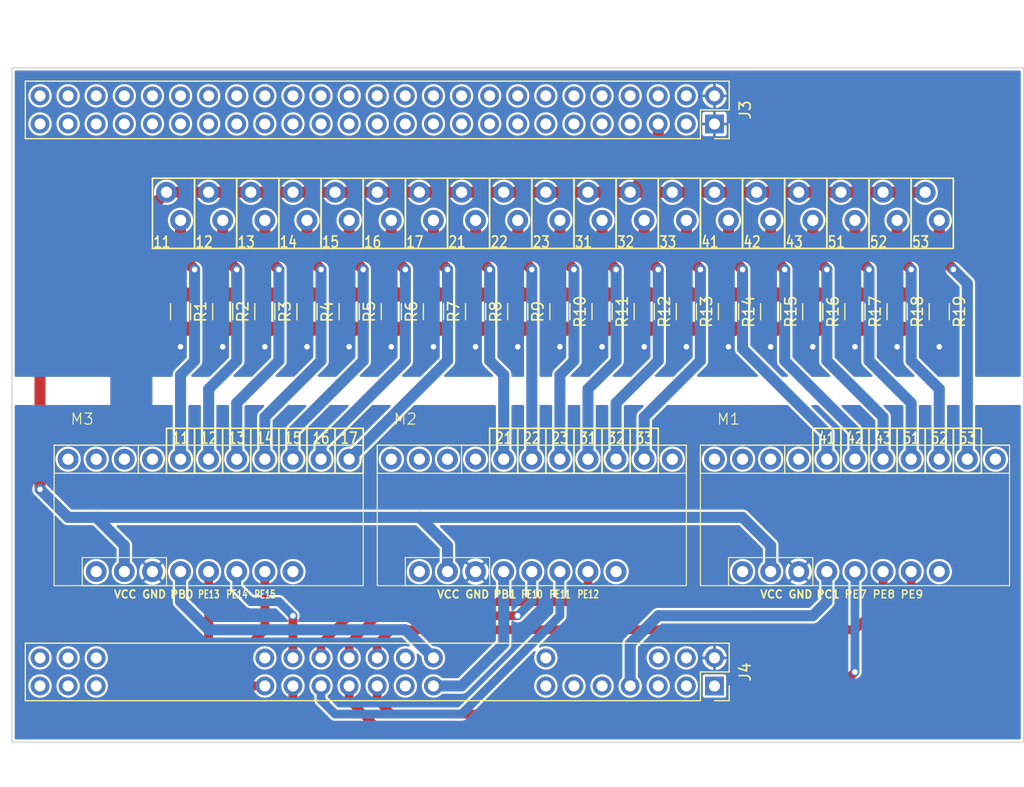
<source format=kicad_pcb>
(kicad_pcb (version 20221018) (generator pcbnew)
  (layers (0 "F.Cu" signal) (31 "B.Cu" signal) (34 "B.Paste" user) (35 "F.Paste" user) (36 "B.SilkS" user "B.Silkscreen") (37 "F.SilkS" user "F.Silkscreen") (38 "B.Mask" user) (39 "F.Mask" user) (44 "Edge.Cuts" user))
  (net 0 "")
  (net 1 "VCC")
  (net 2 "GND")
  (net 5 "11")
  (net 6 "12")
  (net 7 "13")
  (net 8 "14")
  (net 9 "15")
  (net 10 "16")
  (net 11 "17")
  (net 12 "21")
  (net 13 "22")
  (net 14 "23")
  (net 15 "31")
  (net 16 "32")
  (net 17 "33")
  (net 18 "41")
  (net 19 "42")
  (net 20 "43")
  (net 21 "51")
  (net 22 "52")
  (net 23 "53")
  (net 73 "PC1")
  (net 78 "PB1")
  (net 79 "PB0")
  (net 82 "PE7")
  (net 83 "PE8")
  (net 84 "PE9")
  (net 85 "PE10")
  (net 86 "PE11")
  (net 87 "PE12")
  (net 88 "PE13")
  (net 89 "PE14")
  (net 90 "PE15")
  (footprint "Resistor_SMD:R_1206_3216Metric_Pad1.30x1.75mm_HandSolder" (layer "F.Cu") (at 106.68 85.54625 -90)
    (fp_text reference "R1")
    (fp_text value "2,2k")
  )
  (footprint "inz:pod_multi_11" (layer "F.Cu") (at 125.73 98.88125)
    (fp_text reference "M2")
    (fp_text value "Multiplekser")
  )
  (footprint "Resistor_SMD:R_1206_3216Metric_Pad1.30x1.75mm_HandSolder" (layer "F.Cu") (at 163.83 85.54625 -90)
    (fp_text reference "R16")
    (fp_text value "4,7k")
  )
  (footprint "Resistor_SMD:R_1206_3216Metric_Pad1.30x1.75mm_HandSolder" (layer "F.Cu") (at 160.02 85.54625 -90)
    (fp_text reference "R15")
    (fp_text value "4,7k")
  )
  (footprint "Resistor_SMD:R_1206_3216Metric_Pad1.30x1.75mm_HandSolder" (layer "F.Cu") (at 152.4 85.54625 -90)
    (fp_text reference "R13")
    (fp_text value "4,7k")
  )
  (footprint "Resistor_SMD:R_1206_3216Metric_Pad1.30x1.75mm_HandSolder" (layer "F.Cu") (at 171.45 85.54625 -90)
    (fp_text reference "R18")
    (fp_text value "4,7k")
  )
  (footprint "inz:pod_multi_11" (layer "F.Cu") (at 154.94 98.88125)
    (fp_text reference "M1")
    (fp_text value "Multiplekser")
  )
  (footprint "Resistor_SMD:R_1206_3216Metric_Pad1.30x1.75mm_HandSolder" (layer "F.Cu") (at 121.92 85.54625 -90)
    (fp_text reference "R5")
    (fp_text value "2,2k")
  )
  (footprint "Resistor_SMD:R_1206_3216Metric_Pad1.30x1.75mm_HandSolder" (layer "F.Cu") (at 140.97 85.54625 -90)
    (fp_text reference "R10")
    (fp_text value "4,7k")
  )
  (footprint "Resistor_SMD:R_1206_3216Metric_Pad1.30x1.75mm_HandSolder" (layer "F.Cu") (at 118.11 85.54625 -90)
    (fp_text reference "R4")
    (fp_text value "2,2k")
  )
  (footprint "Resistor_SMD:R_1206_3216Metric_Pad1.30x1.75mm_HandSolder" (layer "F.Cu") (at 125.73 85.54625 -90)
    (fp_text reference "R6")
    (fp_text value "2,2k")
  )
  (footprint "Resistor_SMD:R_1206_3216Metric_Pad1.30x1.75mm_HandSolder" (layer "F.Cu") (at 167.64 85.54625 -90)
    (fp_text reference "R17")
    (fp_text value "4,7k")
  )
  (footprint "Resistor_SMD:R_1206_3216Metric_Pad1.30x1.75mm_HandSolder" (layer "F.Cu") (at 129.54 85.54625 -90)
    (fp_text reference "R7")
    (fp_text value "2,2k")
  )
  (footprint "Resistor_SMD:R_1206_3216Metric_Pad1.30x1.75mm_HandSolder" (layer "F.Cu") (at 175.26 85.54625 -90)
    (fp_text reference "R19")
    (fp_text value "4,7k")
  )
  (footprint "Resistor_SMD:R_1206_3216Metric_Pad1.30x1.75mm_HandSolder" (layer "F.Cu") (at 144.78 85.54625 -90)
    (fp_text reference "R11")
    (fp_text value "4,7k")
  )
  (footprint "inz:czujniki" (layer "F.Cu") (at 105.41 74.75125)
    (fp_text reference "J1" hide)
    (fp_text value "Pin_Connector_01x19")
  )
  (footprint "inz:lewastrona" (layer "F.Cu") (at 154.94 119.38 -90)
    (fp_text reference "J4")
    (fp_text value "Conn_2Rows-51Pins_RIGHT")
  )
  (footprint "Resistor_SMD:R_1206_3216Metric_Pad1.30x1.75mm_HandSolder" (layer "F.Cu") (at 110.49 85.54625 -90)
    (fp_text reference "R2")
    (fp_text value "2,2k")
  )
  (footprint "Resistor_SMD:R_1206_3216Metric_Pad1.30x1.75mm_HandSolder" (layer "F.Cu") (at 133.35 85.54625 -90)
    (fp_text reference "R8")
    (fp_text value "4,7k")
  )
  (footprint "Resistor_SMD:R_1206_3216Metric_Pad1.30x1.75mm_HandSolder" (layer "F.Cu") (at 156.21 85.54625 -90)
    (fp_text reference "R14")
    (fp_text value "4,7k")
  )
  (footprint "inz:czujniki" (layer "F.Cu") (at 106.68 77.29125)
    (fp_text reference "J2" hide)
    (fp_text value "Pin_Connector_01x19")
  )
  (footprint "Resistor_SMD:R_1206_3216Metric_Pad1.30x1.75mm_HandSolder" (layer "F.Cu") (at 148.59 85.54625 -90)
    (fp_text reference "R12")
    (fp_text value "4,7k")
  )
  (footprint "Connector_PinSocket_2.54mm:PinSocket_2x25_P2.54mm_Vertical" (layer "F.Cu") (at 154.94 68.58 -90)
    (fp_text reference "J3")
    (fp_text value "Conn_2Rows-51Pins_LEFT")
  )
  (footprint "inz:pod_multi_11" (layer "F.Cu") (at 96.52 98.88125)
    (fp_text reference "M3")
    (fp_text value "Multiplekser")
  )
  (footprint "Resistor_SMD:R_1206_3216Metric_Pad1.30x1.75mm_HandSolder" (layer "F.Cu") (at 137.16 85.54625 -90)
    (fp_text reference "R9")
    (fp_text value "4,7k")
  )
  (footprint "Resistor_SMD:R_1206_3216Metric_Pad1.30x1.75mm_HandSolder" (layer "F.Cu") (at 114.3 85.54625 -90)
    (fp_text reference "R3")
    (fp_text value "2,2k")
  )
  (gr_rect (start 171.45 96.08725) (end 173.99 100.15125) (stroke (width 0.15)) (fill none) (layer "F.SilkS"))
  (gr_rect (start 153.67 73.48125) (end 157.48 79.83125) (stroke (width 0.15)) (fill none) (layer "F.SilkS"))
  (gr_rect (start 120.65 96.08725) (end 123.19 100.15125) (stroke (width 0.15)) (fill none) (layer "F.SilkS"))
  (gr_rect (start 127 73.48125) (end 130.81 79.83125) (stroke (width 0.15)) (fill none) (layer "F.SilkS"))
  (gr_rect (start 173.99 96.08725) (end 176.53 100.15125) (stroke (width 0.15)) (fill none) (layer "F.SilkS"))
  (gr_rect (start 157.48 73.48125) (end 161.29 79.83125) (stroke (width 0.15)) (fill none) (layer "F.SilkS"))
  (gr_rect (start 115.57 96.08725) (end 118.11 100.15125) (stroke (width 0.15)) (fill none) (layer "F.SilkS"))
  (gr_rect (start 168.91 73.48125) (end 172.72 79.83125) (stroke (width 0.15)) (fill none) (layer "F.SilkS"))
  (gr_rect (start 118.11 96.08725) (end 120.65 100.15125) (stroke (width 0.15)) (fill none) (layer "F.SilkS"))
  (gr_rect (start 138.43 73.48125) (end 142.24 79.83125) (stroke (width 0.15)) (fill none) (layer "F.SilkS"))
  (gr_rect (start 142.24 96.08725) (end 144.78 100.15125) (stroke (width 0.15)) (fill none) (layer "F.SilkS"))
  (gr_rect (start 146.05 73.48125) (end 149.86 79.83125) (stroke (width 0.15)) (fill none) (layer "F.SilkS"))
  (gr_rect (start 113.03 96.08725) (end 115.57 100.15125) (stroke (width 0.15)) (fill none) (layer "F.SilkS"))
  (gr_rect (start 176.53 96.08725) (end 179.07 100.15125) (stroke (width 0.15)) (fill none) (layer "F.SilkS"))
  (gr_rect (start 165.1 73.48125) (end 168.91 79.83125) (stroke (width 0.15)) (fill none) (layer "F.SilkS"))
  (gr_rect (start 142.24 73.48125) (end 146.05 79.83125) (stroke (width 0.15)) (fill none) (layer "F.SilkS"))
  (gr_rect (start 149.86 73.48125) (end 153.67 79.83125) (stroke (width 0.15)) (fill none) (layer "F.SilkS"))
  (gr_rect (start 137.16 96.08725) (end 139.7 100.15125) (stroke (width 0.15)) (fill none) (layer "F.SilkS"))
  (gr_rect (start 161.29 73.48125) (end 165.1 79.83125) (stroke (width 0.15)) (fill none) (layer "F.SilkS"))
  (gr_rect (start 166.37 96.08725) (end 168.91 100.15125) (stroke (width 0.15)) (fill none) (layer "F.SilkS"))
  (gr_rect (start 147.32 96.08725) (end 149.86 100.15125) (stroke (width 0.15)) (fill none) (layer "F.SilkS"))
  (gr_rect (start 115.57 73.48125) (end 119.38 79.83125) (stroke (width 0.15)) (fill none) (layer "F.SilkS"))
  (gr_rect (start 105.41 96.08725) (end 107.95 100.15125) (stroke (width 0.15)) (fill none) (layer "F.SilkS"))
  (gr_rect (start 134.62 73.48125) (end 138.43 79.83125) (stroke (width 0.15)) (fill none) (layer "F.SilkS"))
  (gr_rect (start 130.81 73.48125) (end 134.62 79.83125) (stroke (width 0.15)) (fill none) (layer "F.SilkS"))
  (gr_rect (start 111.76 73.48125) (end 115.57 79.83125) (stroke (width 0.15)) (fill none) (layer "F.SilkS"))
  (gr_rect (start 134.62 96.08725) (end 137.16 100.15125) (stroke (width 0.15)) (fill none) (layer "F.SilkS"))
  (gr_rect (start 107.95 96.08725) (end 110.49 100.15125) (stroke (width 0.15)) (fill none) (layer "F.SilkS"))
  (gr_rect (start 168.91 96.08725) (end 171.45 100.15125) (stroke (width 0.15)) (fill none) (layer "F.SilkS"))
  (gr_rect (start 104.14 73.48125) (end 107.95 79.83125) (stroke (width 0.15)) (fill none) (layer "F.SilkS"))
  (gr_rect (start 139.7 96.08725) (end 142.24 100.15125) (stroke (width 0.15)) (fill none) (layer "F.SilkS"))
  (gr_rect (start 107.95 73.48125) (end 111.76 79.83125) (stroke (width 0.15)) (fill none) (layer "F.SilkS"))
  (gr_rect (start 172.72 73.48125) (end 176.53 79.83125) (stroke (width 0.15)) (fill none) (layer "F.SilkS"))
  (gr_rect (start 163.83 96.08725) (end 166.37 100.15125) (stroke (width 0.15)) (fill none) (layer "F.SilkS"))
  (gr_rect (start 123.19 73.48125) (end 127 79.83125) (stroke (width 0.15)) (fill none) (layer "F.SilkS"))
  (gr_rect (start 144.78 96.08725) (end 147.32 100.15125) (stroke (width 0.15)) (fill none) (layer "F.SilkS"))
  (gr_rect (start 110.49 96.08725) (end 113.03 100.15125) (stroke (width 0.15)) (fill none) (layer "F.SilkS"))
  (gr_rect (start 119.38 73.48125) (end 123.19 79.83125) (stroke (width 0.15)) (fill none) (layer "F.SilkS"))
  (gr_rect (start 91.44 63.5) (end 182.88 124.46) (stroke (width 0.1)) (fill none) (layer "Edge.Cuts"))
  (gr_text "31" (at 143.51 96.97625) (layer "F.SilkS") (effects (font (size 1 0.8) (thickness 0.15) bold)))
  (gr_text "PE14" (at 110.744 111.506) (layer "F.SilkS") (effects (font (size 0.7 0.5) (thickness 0.125)) (justify left bottom)))
  (gr_text "53" (at 172.72 79.83125) (layer "F.SilkS") (effects (font (size 1 0.8)) (justify left bottom)))
  (gr_text "VCC" (at 129.794 111.506) (layer "F.SilkS") (effects (font (size 0.7 0.7)) (justify left bottom)))
  (gr_text "PB0" (at 105.664 111.506) (layer "F.SilkS") (effects (font (size 0.7 0.7)) (justify left bottom)))
  (gr_text "21" (at 130.81 79.83125) (layer "F.SilkS") (effects (font (size 1 0.8)) (justify left bottom)))
  (gr_text "13" (at 111.76 96.97625) (layer "F.SilkS") (effects (font (size 1 0.8) (thickness 0.15) bold)))
  (gr_text "VCC" (at 100.584 111.506) (layer "F.SilkS") (effects (font (size 0.7 0.7)) (justify left bottom)))
  (gr_text "PE15" (at 113.284 111.506) (layer "F.SilkS") (effects (font (size 0.7 0.5) (thickness 0.125)) (justify left bottom)))
  (gr_text "PC1" (at 164.084 111.506) (layer "F.SilkS") (effects (font (size 0.7 0.7)) (justify left bottom)))
  (gr_text "PE8" (at 169.164 111.506) (layer "F.SilkS") (effects (font (size 0.7 0.7) (thickness 0.125)) (justify left bottom)))
  (gr_text "PE9" (at 171.704 111.506) (layer "F.SilkS") (effects (font (size 0.7 0.7) (thickness 0.125)) (justify left bottom)))
  (gr_text "42" (at 157.48 79.83125) (layer "F.SilkS") (effects (font (size 1 0.8)) (justify left bottom)))
  (gr_text "52" (at 168.91 79.83125) (layer "F.SilkS") (effects (font (size 1 0.8)) (justify left bottom)))
  (gr_text "VCC" (at 159.004 111.506) (layer "F.SilkS") (effects (font (size 0.7 0.7)) (justify left bottom)))
  (gr_text "12" (at 107.95 79.83125) (layer "F.SilkS") (effects (font (size 1 0.8)) (justify left bottom)))
  (gr_text "32" (at 146.05 79.83125) (layer "F.SilkS") (effects (font (size 1 0.8)) (justify left bottom)))
  (gr_text "32" (at 146.05 96.97625) (layer "F.SilkS") (effects (font (size 1 0.8) (thickness 0.15) bold)))
  (gr_text "52" (at 175.26 96.97625) (layer "F.SilkS") (effects (font (size 1 0.8) (thickness 0.15) bold)))
  (gr_text "17" (at 121.92 96.97625) (layer "F.SilkS") (effects (font (size 1 0.8) (thickness 0.15) bold)))
  (gr_text "16" (at 123.19 79.83125) (layer "F.SilkS") (effects (font (size 1 0.8)) (justify left bottom)))
  (gr_text "53" (at 177.8 96.97625) (layer "F.SilkS") (effects (font (size 1 0.8) (thickness 0.15) bold)))
  (gr_text "51" (at 172.72 96.97625) (layer "F.SilkS") (effects (font (size 1 0.8) (thickness 0.15) bold)))
  (gr_text "PB1" (at 134.874 111.506) (layer "F.SilkS") (effects (font (size 0.7 0.7)) (justify left bottom)))
  (gr_text "31" (at 142.24 79.83125) (layer "F.SilkS") (effects (font (size 1 0.8)) (justify left bottom)))
  (gr_text "13" (at 111.76 79.83125) (layer "F.SilkS") (effects (font (size 1 0.8)) (justify left bottom)))
  (gr_text "GND" (at 161.544 111.506) (layer "F.SilkS") (effects (font (size 0.7 0.7)) (justify left bottom)))
  (gr_text "21" (at 135.89 96.97625) (layer "F.SilkS") (effects (font (size 1 0.8) (thickness 0.15) bold)))
  (gr_text "17" (at 127 79.83125) (layer "F.SilkS") (effects (font (size 1 0.8)) (justify left bottom)))
  (gr_text "41" (at 153.67 79.83125) (layer "F.SilkS") (effects (font (size 1 0.8)) (justify left bottom)))
  (gr_text "PE10" (at 137.414 111.506) (layer "F.SilkS") (effects (font (size 0.7 0.5) (thickness 0.125)) (justify left bottom)))
  (gr_text "11" (at 104.14 79.83125) (layer "F.SilkS") (effects (font (size 1 0.8)) (justify left bottom)))
  (gr_text "PE11" (at 139.954 111.506) (layer "F.SilkS") (effects (font (size 0.7 0.5) (thickness 0.125)) (justify left bottom)))
  (gr_text "33" (at 149.86 79.83125) (layer "F.SilkS") (effects (font (size 1 0.8)) (justify left bottom)))
  (gr_text "22" (at 134.62 79.83125) (layer "F.SilkS") (effects (font (size 1 0.8)) (justify left bottom)))
  (gr_text "PE7" (at 166.624 111.506) (layer "F.SilkS") (effects (font (size 0.7 0.7) (thickness 0.125)) (justify left bottom)))
  (gr_text "11" (at 106.68 96.97625) (layer "F.SilkS") (effects (font (size 1 0.8) (thickness 0.15) bold)))
  (gr_text "42" (at 167.64 96.97625) (layer "F.SilkS") (effects (font (size 1 0.8) (thickness 0.15) bold)))
  (gr_text "15" (at 116.84 96.97625) (layer "F.SilkS") (effects (font (size 1 0.8) (thickness 0.15) bold)))
  (gr_text "14" (at 115.57 79.83125) (layer "F.SilkS") (effects (font (size 1 0.8)) (justify left bottom)))
  (gr_text "43" (at 170.18 96.97625) (layer "F.SilkS") (effects (font (size 1 0.8) (thickness 0.15) bold)))
  (gr_text "43" (at 161.29 79.83125) (layer "F.SilkS") (effects (font (size 1 0.8)) (justify left bottom)))
  (gr_text "33" (at 148.59 96.97625) (layer "F.SilkS") (effects (font (size 1 0.8) (thickness 0.15) bold)))
  (gr_text "16" (at 119.38 96.97625) (layer "F.SilkS") (effects (font (size 1 0.8) (thickness 0.15) bold)))
  (gr_text "12" (at 109.22 96.97625) (layer "F.SilkS") (effects (font (size 1 0.8) (thickness 0.15) bold)))
  (gr_text "23" (at 138.43 79.83125) (layer "F.SilkS") (effects (font (size 1 0.8)) (justify left bottom)))
  (gr_text "GND" (at 103.124 111.506) (layer "F.SilkS") (effects (font (size 0.7 0.7)) (justify left bottom)))
  (gr_text "23" (at 140.97 96.97625) (layer "F.SilkS") (effects (font (size 1 0.8) (thickness 0.15) bold)))
  (gr_text "PE13" (at 108.204 111.506) (layer "F.SilkS") (effects (font (size 0.7 0.5) (thickness 0.125)) (justify left bottom)))
  (gr_text "51" (at 165.1 79.83125) (layer "F.SilkS") (effects (font (size 1 0.8)) (justify left bottom)))
  (gr_text "PE12" (at 142.494 111.506) (layer "F.SilkS") (effects (font (size 0.7 0.5) (thickness 0.125)) (justify left bottom)))
  (gr_text "15" (at 119.38 79.83125) (layer "F.SilkS") (effects (font (size 1 0.8)) (justify left bottom)))
  (gr_text "14" (at 114.3 96.97625) (layer "F.SilkS") (effects (font (size 1 0.8) (thickness 0.15) bold)))
  (gr_text "GND" (at 132.334 111.506) (layer "F.SilkS") (effects (font (size 0.7 0.7)) (justify left bottom)))
  (gr_text "41" (at 165.1 96.97625) (layer "F.SilkS") (effects (font (size 1 0.8) (thickness 0.15) bold)))
  (gr_text "22" (at 138.43 96.97625) (layer "F.SilkS") (effects (font (size 1 0.8) (thickness 0.15) bold)))
  (segment (start 151.13 74.75125) (end 173.99 74.75125) (width 1) (layer "F.Cu") (net 1))
  (segment (start 149.86 68.58) (end 149.86 72.21125) (width 1) (layer "F.Cu") (net 1))
  (segment (start 105.41 74.75125) (end 93.98 86.18125) (width 1) (layer "F.Cu") (net 1))
  (segment (start 93.98 101.6) (end 93.98 86.18125) (width 1) (layer "F.Cu") (net 1))
  (segment (start 149.86 72.21125) (end 147.32 74.75125) (width 1) (layer "F.Cu") (net 1))
  (segment (start 151.13 74.75125) (end 105.41 74.75125) (width 1) (layer "F.Cu") (net 1))
  (via (at 93.98 101.6) (size 0.75) (drill 0.5) (layers "F.Cu" "B.Cu") (net 1))
  (segment (start 100.33 105.41) (end 101.6 106.68) (width 1) (layer "B.Cu") (net 1))
  (segment (start 160.02 106.68) (end 160.02 109.04125) (width 1) (layer "B.Cu") (net 1))
  (segment (start 93.98 101.6) (end 96.52 104.14) (width 1) (layer "B.Cu") (net 1))
  (segment (start 99.06 104.14) (end 100.33 105.41) (width 1) (layer "B.Cu") (net 1))
  (segment (start 101.6 106.68) (end 101.6 109.04125) (width 1) (layer "B.Cu") (net 1))
  (segment (start 157.48 104.14) (end 160.02 106.68) (width 1) (layer "B.Cu") (net 1))
  (segment (start 128.27 104.14) (end 157.48 104.14) (width 1) (layer "B.Cu") (net 1))
  (segment (start 128.27 104.14) (end 99.06 104.14) (width 1) (layer "B.Cu") (net 1))
  (segment (start 128.27 104.14) (end 130.81 106.68) (width 1) (layer "B.Cu") (net 1))
  (segment (start 96.52 104.14) (end 99.06 104.14) (width 1) (layer "B.Cu") (net 1))
  (segment (start 130.81 106.68) (end 130.81 109.04125) (width 1) (layer "B.Cu") (net 1))
  (segment (start 163.83 88.72125) (end 163.83 87.09625) (width 1) (layer "F.Cu") (net 2))
  (segment (start 133.35 88.72125) (end 133.35 87.09625) (width 1) (layer "F.Cu") (net 2))
  (segment (start 137.16 88.72125) (end 137.16 87.09625) (width 1) (layer "F.Cu") (net 2))
  (segment (start 167.64 88.72125) (end 167.64 87.09625) (width 1) (layer "F.Cu") (net 2))
  (segment (start 148.59 88.72125) (end 148.59 87.09625) (width 1) (layer "F.Cu") (net 2))
  (segment (start 125.73 88.72125) (end 125.73 87.09625) (width 1) (layer "F.Cu") (net 2))
  (segment (start 152.4 88.72125) (end 152.4 87.09625) (width 1) (layer "F.Cu") (net 2))
  (segment (start 114.3 88.72125) (end 114.3 87.09625) (width 1) (layer "F.Cu") (net 2))
  (segment (start 140.97 88.72125) (end 140.97 87.09625) (width 1) (layer "F.Cu") (net 2))
  (segment (start 175.26 88.72125) (end 175.26 87.09625) (width 1) (layer "F.Cu") (net 2))
  (segment (start 106.68 88.72125) (end 106.68 87.09625) (width 1) (layer "F.Cu") (net 2))
  (segment (start 121.92 88.72125) (end 121.92 87.09625) (width 1) (layer "F.Cu") (net 2))
  (segment (start 171.45 88.72125) (end 171.45 87.09625) (width 1) (layer "F.Cu") (net 2))
  (segment (start 129.54 88.72125) (end 129.54 87.09625) (width 1) (layer "F.Cu") (net 2))
  (segment (start 118.11 88.72125) (end 118.11 87.09625) (width 1) (layer "F.Cu") (net 2))
  (segment (start 156.21 88.72125) (end 156.21 87.09625) (width 1) (layer "F.Cu") (net 2))
  (segment (start 110.49 88.72125) (end 110.49 87.09625) (width 1) (layer "F.Cu") (net 2))
  (segment (start 144.78 88.72125) (end 144.78 87.09625) (width 1) (layer "F.Cu") (net 2))
  (segment (start 160.02 88.72125) (end 160.02 87.09625) (width 1) (layer "F.Cu") (net 2))
  (via (at 129.54 88.72125) (size 0.75) (drill 0.5) (layers "F.Cu" "B.Cu") (net 2))
  (via (at 160.02 88.72125) (size 0.75) (drill 0.5) (layers "F.Cu" "B.Cu") (net 2))
  (via (at 163.83 88.72125) (size 0.75) (drill 0.5) (layers "F.Cu" "B.Cu") (net 2))
  (via (at 156.21 88.72125) (size 0.75) (drill 0.5) (layers "F.Cu" "B.Cu") (net 2))
  (via (at 133.35 88.72125) (size 0.75) (drill 0.5) (layers "F.Cu" "B.Cu") (net 2))
  (via (at 175.26 88.72125) (size 0.75) (drill 0.5) (layers "F.Cu" "B.Cu") (net 2))
  (via (at 114.3 88.72125) (size 0.75) (drill 0.5) (layers "F.Cu" "B.Cu") (net 2))
  (via (at 121.92 88.72125) (size 0.75) (drill 0.5) (layers "F.Cu" "B.Cu") (net 2))
  (via (at 167.64 88.72125) (size 0.75) (drill 0.5) (layers "F.Cu" "B.Cu") (net 2))
  (via (at 144.78 88.72125) (size 0.75) (drill 0.5) (layers "F.Cu" "B.Cu") (net 2))
  (via (at 140.97 88.72125) (size 0.75) (drill 0.5) (layers "F.Cu" "B.Cu") (net 2))
  (via (at 125.73 88.72125) (size 0.75) (drill 0.5) (layers "F.Cu" "B.Cu") (net 2))
  (via (at 148.59 88.72125) (size 0.75) (drill 0.5) (layers "F.Cu" "B.Cu") (net 2))
  (via (at 137.16 88.72125) (size 0.75) (drill 0.5) (layers "F.Cu" "B.Cu") (net 2))
  (via (at 171.45 88.72125) (size 0.75) (drill 0.5) (layers "F.Cu" "B.Cu") (net 2))
  (via (at 118.11 88.72125) (size 0.75) (drill 0.5) (layers "F.Cu" "B.Cu") (net 2))
  (via (at 152.4 88.72125) (size 0.75) (drill 0.5) (layers "F.Cu" "B.Cu") (net 2))
  (via (at 110.49 88.72125) (size 0.75) (drill 0.5) (layers "F.Cu" "B.Cu") (net 2))
  (via (at 106.68 88.72125) (size 0.75) (drill 0.5) (layers "F.Cu" "B.Cu") (net 2))
  (segment (start 106.68 80.46625) (end 107.95 81.73625) (width 1) (layer "F.Cu") (net 5))
  (segment (start 106.68 80.46625) (end 106.68 83.99625) (width 1) (layer "F.Cu") (net 5))
  (segment (start 106.68 77.29125) (end 106.68 80.46625) (width 1) (layer "F.Cu") (net 5))
  (via (at 107.95 81.73625) (size 0.75) (drill 0.5) (layers "F.Cu" "B.Cu") (net 5))
  (segment (start 106.68 91.26125) (end 106.68 98.88125) (width 1) (layer "B.Cu") (net 5))
  (segment (start 107.95 81.73625) (end 107.95 89.99125) (width 1) (layer "B.Cu") (net 5))
  (segment (start 107.95 89.99125) (end 106.68 91.26125) (width 1) (layer "B.Cu") (net 5))
  (segment (start 110.49 80.46625) (end 111.76 81.73625) (width 1) (layer "F.Cu") (net 6))
  (segment (start 110.49 80.46625) (end 110.49 83.99625) (width 1) (layer "F.Cu") (net 6))
  (segment (start 110.49 77.29125) (end 110.49 80.46625) (width 1) (layer "F.Cu") (net 6))
  (via (at 111.76 81.73625) (size 0.75) (drill 0.5) (layers "F.Cu" "B.Cu") (net 6))
  (segment (start 111.76 81.73625) (end 111.76 89.99125) (width 1) (layer "B.Cu") (net 6))
  (segment (start 109.22 92.53125) (end 109.22 98.88125) (width 1) (layer "B.Cu") (net 6))
  (segment (start 111.76 89.99125) (end 109.22 92.53125) (width 1) (layer "B.Cu") (net 6))
  (segment (start 114.3 77.29125) (end 114.3 80.46625) (width 1) (layer "F.Cu") (net 7))
  (segment (start 114.3 80.46625) (end 115.57 81.73625) (width 1) (layer "F.Cu") (net 7))
  (segment (start 114.3 80.46625) (end 114.3 83.99625) (width 1) (layer "F.Cu") (net 7))
  (via (at 115.57 81.73625) (size 0.75) (drill 0.5) (layers "F.Cu" "B.Cu") (net 7))
  (segment (start 115.57 81.73625) (end 115.57 89.99125) (width 1) (layer "B.Cu") (net 7))
  (segment (start 111.76 93.80125) (end 111.76 98.88125) (width 1) (layer "B.Cu") (net 7))
  (segment (start 115.57 89.99125) (end 111.76 93.80125) (width 1) (layer "B.Cu") (net 7))
  (segment (start 118.11 80.46625) (end 118.11 83.99625) (width 1) (layer "F.Cu") (net 8))
  (segment (start 118.11 77.29125) (end 118.11 80.46625) (width 1) (layer "F.Cu") (net 8))
  (segment (start 118.11 80.46625) (end 119.38 81.73625) (width 1) (layer "F.Cu") (net 8))
  (via (at 119.38 81.73625) (size 0.75) (drill 0.5) (layers "F.Cu" "B.Cu") (net 8))
  (segment (start 119.38 81.73625) (end 119.38 89.99125) (width 1) (layer "B.Cu") (net 8))
  (segment (start 114.3 95.07125) (end 114.3 98.88125) (width 1) (layer "B.Cu") (net 8))
  (segment (start 119.38 89.99125) (end 114.3 95.07125) (width 1) (layer "B.Cu") (net 8))
  (segment (start 121.92 80.46625) (end 123.19 81.73625) (width 1) (layer "F.Cu") (net 9))
  (segment (start 121.92 80.46625) (end 121.92 83.99625) (width 1) (layer "F.Cu") (net 9))
  (segment (start 121.92 77.29125) (end 121.92 80.46625) (width 1) (layer "F.Cu") (net 9))
  (via (at 123.19 81.73625) (size 0.75) (drill 0.5) (layers "F.Cu" "B.Cu") (net 9))
  (segment (start 116.84 96.34125) (end 116.84 98.88125) (width 1) (layer "B.Cu") (net 9))
  (segment (start 123.19 81.73625) (end 123.19 89.99125) (width 1) (layer "B.Cu") (net 9))
  (segment (start 123.19 89.99125) (end 116.84 96.34125) (width 1) (layer "B.Cu") (net 9))
  (segment (start 125.73 80.46625) (end 125.73 83.99625) (width 1) (layer "F.Cu") (net 10))
  (segment (start 125.73 80.46625) (end 127 81.73625) (width 1) (layer "F.Cu") (net 10))
  (segment (start 125.73 77.29125) (end 125.73 80.46625) (width 1) (layer "F.Cu") (net 10))
  (via (at 127 81.73625) (size 0.75) (drill 0.5) (layers "F.Cu" "B.Cu") (net 10))
  (segment (start 127 89.99125) (end 119.38 97.61125) (width 1) (layer "B.Cu") (net 10))
  (segment (start 119.38 97.61125) (end 119.38 98.88125) (width 1) (layer "B.Cu") (net 10))
  (segment (start 127 81.73625) (end 127 89.99125) (width 1) (layer "B.Cu") (net 10))
  (segment (start 129.54 77.29125) (end 129.54 80.46625) (width 1) (layer "F.Cu") (net 11))
  (segment (start 129.54 80.46625) (end 129.54 83.99625) (width 1) (layer "F.Cu") (net 11))
  (segment (start 129.54 80.46625) (end 130.81 81.73625) (width 1) (layer "F.Cu") (net 11))
  (via (at 130.81 81.73625) (size 0.75) (drill 0.5) (layers "F.Cu" "B.Cu") (net 11))
  (segment (start 130.81 81.73625) (end 130.81 89.99125) (width 1) (layer "B.Cu") (net 11))
  (segment (start 130.81 89.99125) (end 121.92 98.88125) (width 1) (layer "B.Cu") (net 11))
  (segment (start 133.35 77.29125) (end 133.35 80.46625) (width 1) (layer "F.Cu") (net 12))
  (segment (start 133.35 80.46625) (end 134.62 81.73625) (width 1) (layer "F.Cu") (net 12))
  (segment (start 133.35 80.46625) (end 133.35 83.99625) (width 1) (layer "F.Cu") (net 12))
  (via (at 134.62 81.73625) (size 0.75) (drill 0.5) (layers "F.Cu" "B.Cu") (net 12))
  (segment (start 135.89 91.26125) (end 135.89 98.88125) (width 1) (layer "B.Cu") (net 12))
  (segment (start 134.62 81.73625) (end 134.62 89.99125) (width 1) (layer "B.Cu") (net 12))
  (segment (start 134.62 89.99125) (end 135.89 91.26125) (width 1) (layer "B.Cu") (net 12))
  (segment (start 137.16 80.46625) (end 138.43 81.73625) (width 1) (layer "F.Cu") (net 13))
  (segment (start 137.16 77.29125) (end 137.16 80.46625) (width 1) (layer "F.Cu") (net 13))
  (segment (start 137.16 80.46625) (end 137.16 83.99625) (width 1) (layer "F.Cu") (net 13))
  (via (at 138.43 81.73625) (size 0.75) (drill 0.5) (layers "F.Cu" "B.Cu") (net 13))
  (segment (start 138.43 81.73625) (end 138.43 98.88125) (width 1) (layer "B.Cu") (net 13))
  (segment (start 140.97 80.46625) (end 140.97 83.99625) (width 1) (layer "F.Cu") (net 14))
  (segment (start 140.97 77.29125) (end 140.97 80.46625) (width 1) (layer "F.Cu") (net 14))
  (segment (start 140.97 80.46625) (end 142.24 81.73625) (width 1) (layer "F.Cu") (net 14))
  (via (at 142.24 81.73625) (size 0.75) (drill 0.5) (layers "F.Cu" "B.Cu") (net 14))
  (segment (start 142.24 89.99125) (end 140.97 91.26125) (width 1) (layer "B.Cu") (net 14))
  (segment (start 142.24 81.73625) (end 142.24 89.99125) (width 1) (layer "B.Cu") (net 14))
  (segment (start 140.97 91.26125) (end 140.97 98.88125) (width 1) (layer "B.Cu") (net 14))
  (segment (start 144.78 80.46625) (end 146.05 81.73625) (width 1) (layer "F.Cu") (net 15))
  (segment (start 144.78 80.46625) (end 144.78 83.99625) (width 1) (layer "F.Cu") (net 15))
  (segment (start 144.78 77.29125) (end 144.78 80.46625) (width 1) (layer "F.Cu") (net 15))
  (via (at 146.05 81.73625) (size 0.75) (drill 0.5) (layers "F.Cu" "B.Cu") (net 15))
  (segment (start 143.51 92.53125) (end 143.51 98.88125) (width 1) (layer "B.Cu") (net 15))
  (segment (start 146.05 89.99125) (end 143.51 92.53125) (width 1) (layer "B.Cu") (net 15))
  (segment (start 146.05 81.73625) (end 146.05 89.99125) (width 1) (layer "B.Cu") (net 15))
  (segment (start 148.59 80.46625) (end 149.86 81.73625) (width 1) (layer "F.Cu") (net 16))
  (segment (start 148.59 77.29125) (end 148.59 80.46625) (width 1) (layer "F.Cu") (net 16))
  (segment (start 148.59 80.46625) (end 148.59 83.99625) (width 1) (layer "F.Cu") (net 16))
  (via (at 149.86 81.73625) (size 0.75) (drill 0.5) (layers "F.Cu" "B.Cu") (net 16))
  (segment (start 146.05 93.80125) (end 146.05 98.88125) (width 1) (layer "B.Cu") (net 16))
  (segment (start 149.86 89.99125) (end 146.05 93.80125) (width 1) (layer "B.Cu") (net 16))
  (segment (start 149.86 81.73625) (end 149.86 89.99125) (width 1) (layer "B.Cu") (net 16))
  (segment (start 152.4 80.46625) (end 153.67 81.73625) (width 1) (layer "F.Cu") (net 17))
  (segment (start 152.4 80.46625) (end 152.4 83.99625) (width 1) (layer "F.Cu") (net 17))
  (segment (start 152.4 77.29125) (end 152.4 80.46625) (width 1) (layer "F.Cu") (net 17))
  (via (at 153.67 81.73625) (size 0.75) (drill 0.5) (layers "F.Cu" "B.Cu") (net 17))
  (segment (start 153.67 89.99125) (end 148.59 95.07125) (width 1) (layer "B.Cu") (net 17))
  (segment (start 148.59 95.07125) (end 148.59 98.88125) (width 1) (layer "B.Cu") (net 17))
  (segment (start 153.67 81.73625) (end 153.67 89.99125) (width 1) (layer "B.Cu") (net 17))
  (segment (start 156.21 80.46625) (end 157.48 81.73625) (width 1) (layer "F.Cu") (net 18))
  (segment (start 156.21 80.46625) (end 156.21 83.99625) (width 1) (layer "F.Cu") (net 18))
  (segment (start 156.21 77.29125) (end 156.21 80.46625) (width 1) (layer "F.Cu") (net 18))
  (via (at 157.48 81.73625) (size 0.75) (drill 0.5) (layers "F.Cu" "B.Cu") (net 18))
  (segment (start 165.1 98.88125) (end 165.1 96.52) (width 1) (layer "B.Cu") (net 18))
  (segment (start 165.1 96.52) (end 157.48 88.9) (width 1) (layer "B.Cu") (net 18))
  (segment (start 157.48 88.9) (end 157.48 81.73625) (width 1) (layer "B.Cu") (net 18))
  (segment (start 160.02 77.29125) (end 160.02 80.46625) (width 1) (layer "F.Cu") (net 19))
  (segment (start 160.02 80.46625) (end 161.29 81.73625) (width 1) (layer "F.Cu") (net 19))
  (segment (start 160.02 80.46625) (end 160.02 83.99625) (width 1) (layer "F.Cu") (net 19))
  (via (at 161.29 81.73625) (size 0.75) (drill 0.5) (layers "F.Cu" "B.Cu") (net 19))
  (segment (start 161.29 89.99125) (end 167.64 96.34125) (width 1) (layer "B.Cu") (net 19))
  (segment (start 161.29 81.73625) (end 161.29 89.99125) (width 1) (layer "B.Cu") (net 19))
  (segment (start 167.64 96.34125) (end 167.64 98.88125) (width 1) (layer "B.Cu") (net 19))
  (segment (start 163.83 80.46625) (end 165.1 81.73625) (width 1) (layer "F.Cu") (net 20))
  (segment (start 163.83 80.46625) (end 163.83 83.99625) (width 1) (layer "F.Cu") (net 20))
  (segment (start 163.83 77.29125) (end 163.83 80.46625) (width 1) (layer "F.Cu") (net 20))
  (via (at 165.1 81.73625) (size 0.75) (drill 0.5) (layers "F.Cu" "B.Cu") (net 20))
  (segment (start 170.18 95.07125) (end 170.18 98.88125) (width 1) (layer "B.Cu") (net 20))
  (segment (start 165.1 81.73625) (end 165.1 89.99125) (width 1) (layer "B.Cu") (net 20))
  (segment (start 165.1 89.99125) (end 170.18 95.07125) (width 1) (layer "B.Cu") (net 20))
  (segment (start 167.64 80.46625) (end 167.64 83.99625) (width 1) (layer "F.Cu") (net 21))
  (segment (start 167.64 80.46625) (end 168.91 81.73625) (width 1) (layer "F.Cu") (net 21))
  (segment (start 167.64 77.29125) (end 167.64 80.46625) (width 1) (layer "F.Cu") (net 21))
  (via (at 168.91 81.73625) (size 0.75) (drill 0.5) (layers "F.Cu" "B.Cu") (net 21))
  (segment (start 168.91 81.73625) (end 168.91 89.99125) (width 1) (layer "B.Cu") (net 21))
  (segment (start 168.91 89.99125) (end 172.72 93.80125) (width 1) (layer "B.Cu") (net 21))
  (segment (start 172.72 93.80125) (end 172.72 98.88125) (width 1) (layer "B.Cu") (net 21))
  (segment (start 171.45 80.46625) (end 171.45 83.99625) (width 1) (layer "F.Cu") (net 22))
  (segment (start 171.45 80.46625) (end 172.72 81.73625) (width 1) (layer "F.Cu") (net 22))
  (segment (start 171.45 77.29125) (end 171.45 80.46625) (width 1) (layer "F.Cu") (net 22))
  (via (at 172.72 81.73625) (size 0.75) (drill 0.5) (layers "F.Cu" "B.Cu") (net 22))
  (segment (start 172.72 81.73625) (end 172.72 89.99125) (width 1) (layer "B.Cu") (net 22))
  (segment (start 172.72 89.99125) (end 175.26 92.53125) (width 1) (layer "B.Cu") (net 22))
  (segment (start 175.26 92.53125) (end 175.26 98.88125) (width 1) (layer "B.Cu") (net 22))
  (segment (start 175.26 77.29125) (end 175.26 80.46625) (width 1) (layer "F.Cu") (net 23))
  (segment (start 175.26 80.46625) (end 176.53 81.73625) (width 1) (layer "F.Cu") (net 23))
  (segment (start 175.26 80.46625) (end 175.26 83.99625) (width 1) (layer "F.Cu") (net 23))
  (via (at 176.53 81.73625) (size 0.75) (drill 0.5) (layers "F.Cu" "B.Cu") (net 23))
  (segment (start 176.53 81.73625) (end 177.8 83.00625) (width 1) (layer "B.Cu") (net 23))
  (segment (start 177.8 83.00625) (end 177.8 98.88125) (width 1) (layer "B.Cu") (net 23))
  (segment (start 163.83 113.03) (end 165.1 111.76) (width 1) (layer "B.Cu") (net 73))
  (segment (start 147.32 115.57) (end 149.86 113.03) (width 1) (layer "B.Cu") (net 73))
  (segment (start 147.32 119.38) (end 147.32 115.57) (width 1) (layer "B.Cu") (net 73))
  (segment (start 149.86 113.03) (end 163.83 113.03) (width 1) (layer "B.Cu") (net 73))
  (segment (start 165.1 111.76) (end 165.1 109.04125) (width 1) (layer "B.Cu") (net 73))
  (segment (start 132.08 119.38) (end 135.89 115.57) (width 1) (layer "B.Cu") (net 78))
  (segment (start 129.54 119.38) (end 132.08 119.38) (width 1) (layer "B.Cu") (net 78))
  (segment (start 135.89 115.57) (end 135.89 109.04125) (width 1) (layer "B.Cu") (net 78))
  (segment (start 127 114.3) (end 129.54 116.84) (width 1) (layer "B.Cu") (net 79))
  (segment (start 106.68 111.76) (end 109.22 114.3) (width 1) (layer "B.Cu") (net 79))
  (segment (start 109.22 114.3) (end 127 114.3) (width 1) (layer "B.Cu") (net 79))
  (segment (start 106.68 109.04125) (end 106.68 111.76) (width 1) (layer "B.Cu") (net 79))
  (segment (start 124.46 119.38) (end 124.46 120.65) (width 0.8) (layer "F.Cu") (net 82))
  (segment (start 125.73 121.92) (end 163.83 121.92) (width 0.8) (layer "F.Cu") (net 82))
  (segment (start 124.46 120.65) (end 125.73 121.92) (width 0.8) (layer "F.Cu") (net 82))
  (segment (start 163.83 121.92) (end 167.64 118.11) (width 0.8) (layer "F.Cu") (net 82))
  (via (at 167.64 118.11) (size 0.75) (drill 0.5) (layers "F.Cu" "B.Cu") (net 82))
  (segment (start 167.64 118.11) (end 167.64 109.04125) (width 0.8) (layer "B.Cu") (net 82))
  (segment (start 125.73 114.3) (end 167.64 114.3) (width 0.8) (layer "F.Cu") (net 83))
  (segment (start 124.46 115.57) (end 125.73 114.3) (width 0.8) (layer "F.Cu") (net 83))
  (segment (start 124.46 116.84) (end 124.46 115.57) (width 0.8) (layer "F.Cu") (net 83))
  (segment (start 167.64 114.3) (end 170.18 111.76) (width 0.8) (layer "F.Cu") (net 83))
  (segment (start 170.18 111.76) (end 170.18 109.04125) (width 0.8) (layer "F.Cu") (net 83))
  (segment (start 121.92 119.38) (end 121.92 120.65) (width 0.8) (layer "F.Cu") (net 84))
  (segment (start 165.1 123.19) (end 172.72 115.57) (width 0.8) (layer "F.Cu") (net 84))
  (segment (start 121.92 120.65) (end 124.46 123.19) (width 0.8) (layer "F.Cu") (net 84))
  (segment (start 124.46 123.19) (end 165.1 123.19) (width 0.8) (layer "F.Cu") (net 84))
  (segment (start 172.72 115.57) (end 172.72 109.04125) (width 0.8) (layer "F.Cu") (net 84))
  (segment (start 121.92 116.84) (end 121.92 115.57) (width 0.8) (layer "F.Cu") (net 85))
  (segment (start 124.46 113.03) (end 137.16 113.03) (width 0.8) (layer "F.Cu") (net 85))
  (segment (start 121.92 115.57) (end 124.46 113.03) (width 0.8) (layer "F.Cu") (net 85))
  (via (at 137.16 113.03) (size 0.75) (drill 0.5) (layers "F.Cu" "B.Cu") (net 85))
  (segment (start 137.16 113.03) (end 138.43 111.76) (width 0.8) (layer "B.Cu") (net 85))
  (segment (start 138.43 111.76) (end 138.43 109.04125) (width 0.8) (layer "B.Cu") (net 85))
  (segment (start 132.08 121.92) (end 140.97 113.03) (width 0.8) (layer "B.Cu") (net 86))
  (segment (start 119.38 119.38) (end 119.38 120.65) (width 0.8) (layer "B.Cu") (net 86))
  (segment (start 120.65 121.92) (end 132.08 121.92) (width 0.8) (layer "B.Cu") (net 86))
  (segment (start 140.97 113.03) (end 140.97 109.04125) (width 0.8) (layer "B.Cu") (net 86))
  (segment (start 119.38 120.65) (end 120.65 121.92) (width 0.8) (layer "B.Cu") (net 86))
  (segment (start 123.19 111.76) (end 142.24 111.76) (width 0.8) (layer "F.Cu") (net 87))
  (segment (start 143.51 110.49) (end 143.51 109.04125) (width 0.8) (layer "F.Cu") (net 87))
  (segment (start 142.24 111.76) (end 143.51 110.49) (width 0.8) (layer "F.Cu") (net 87))
  (segment (start 119.38 115.57) (end 123.19 111.76) (width 0.8) (layer "F.Cu") (net 87))
  (segment (start 119.38 116.84) (end 119.38 115.57) (width 0.8) (layer "F.Cu") (net 87))
  (segment (start 115.57 121.92) (end 113.03 121.92) (width 0.8) (layer "F.Cu") (net 88))
  (segment (start 113.03 121.92) (end 109.22 118.11) (width 0.8) (layer "F.Cu") (net 88))
  (segment (start 116.84 120.65) (end 115.57 121.92) (width 0.8) (layer "F.Cu") (net 88))
  (segment (start 109.22 118.11) (end 109.22 109.04125) (width 0.8) (layer "F.Cu") (net 88))
  (segment (start 116.84 119.38) (end 116.84 120.65) (width 0.8) (layer "F.Cu") (net 88))
  (segment (start 116.84 116.84) (end 116.84 113.03) (width 0.8) (layer "F.Cu") (net 89))
  (via (at 116.84 113.03) (size 0.75) (drill 0.5) (layers "F.Cu" "B.Cu") (net 89))
  (segment (start 116.84 113.03) (end 115.57 111.76) (width 0.8) (layer "B.Cu") (net 89))
  (segment (start 111.76 110.49) (end 111.76 109.04125) (width 0.8) (layer "B.Cu") (net 89))
  (segment (start 115.57 111.76) (end 113.03 111.76) (width 0.8) (layer "B.Cu") (net 89))
  (segment (start 113.03 111.76) (end 111.76 110.49) (width 0.8) (layer "B.Cu") (net 89))
  (segment (start 111.76 116.84) (end 114.3 114.3) (width 0.8) (layer "F.Cu") (net 90))
  (segment (start 111.76 118.11) (end 111.76 116.84) (width 0.8) (layer "F.Cu") (net 90))
  (segment (start 113.03 119.38) (end 111.76 118.11) (width 0.8) (layer "F.Cu") (net 90))
  (segment (start 114.3 119.38) (end 113.03 119.38) (width 0.8) (layer "F.Cu") (net 90))
  (segment (start 114.3 114.3) (end 114.3 109.04125) (width 0.8) (layer "F.Cu") (net 90))
  (zone (net 0) (net_name "") (layer "B.Cu") (connect_pads (clearance 0)) (min_thickness 0.25)
    (keepout (tracks allowed) (vias allowed) (pads allowed) (copperpour not_allowed) (footprints allowed))
    (fill (thermal_gap 0.5) (thermal_bridge_width 0.5))
    (polygon (pts (xy 104.14 91.44) (xy 182.88 91.44) (xy 182.88 93.98) (xy 104.14 93.98)))
  )
  (zone (net 0) (net_name "") (layer "B.Cu") (connect_pads (clearance 0)) (min_thickness 0.25)
    (keepout (tracks allowed) (vias allowed) (pads allowed) (copperpour not_allowed) (footprints allowed))
    (fill (thermal_gap 0.5) (thermal_bridge_width 0.5))
    (polygon (pts (xy 91.44 91.44) (xy 100.33 91.44) (xy 100.33 93.98) (xy 91.44 93.98)))
  )
  (zone (net 2) (net_name "GND") (layer "B.Cu") (connect_pads thru_hole_only (clearance 0.2)) (min_thickness 0.2) (fill yes (thermal_gap 0.25) (thermal_bridge_width 0.25) (smoothing chamfer) (radius 0.2))
    (polygon (pts (xy 91.44 63.5) (xy 91.44 124.46) (xy 182.88 124.46) (xy 182.88 63.5)))
  )
)
</source>
